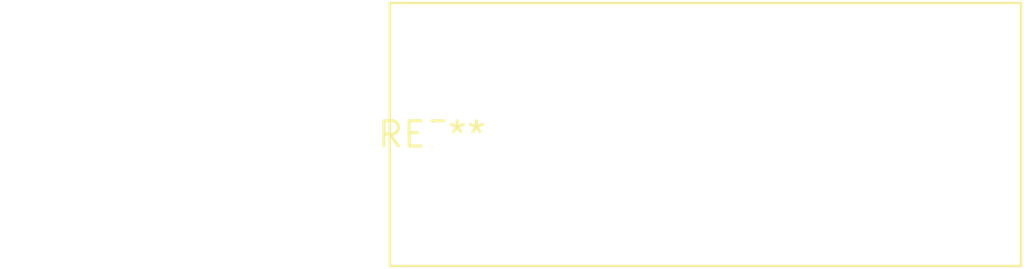
<source format=kicad_pcb>
(kicad_pcb (version 20240108) (generator pcbnew)
  (layers (0 "F.Cu" signal) (31 "B.Cu" signal) (34 "B.Paste" user) (35 "F.Paste" user) (36 "B.SilkS" user "B.Silkscreen") (37 "F.SilkS" user "F.Silkscreen") (38 "B.Mask" user) (39 "F.Mask" user) (44 "Edge.Cuts" user))
  (net 0 "")
  (footprint "C_Rect_L31.5mm_W13.0mm_P27.50mm_MKS4" (layer "F.Cu") (at 0 0)
    (property "Reference" "REF**")
    (property "Value" "C_Rect_L31.5mm_W13.0mm_P27.50mm_MKS4")
    (fp_line (start -2.12 -6.62) (end -2.12 6.62) (layer "F.SilkS") (stroke (width 0.12)))
    (fp_line (start -2.12 -6.62) (end 29.62 -6.62) (layer "F.SilkS") (stroke (width 0.12)))
    (fp_line (start -2.12 6.62) (end 29.62 6.62) (layer "F.SilkS") (stroke (width 0.12)))
    (fp_line (start 29.62 -6.62) (end 29.62 6.62) (layer "F.SilkS") (stroke (width 0.12)))
    (pad "1" thru_hole circle (at 0 0) (size 2.4 2.4) (drill 1.2) (layers *.Cu *.Mask) (remove_unused_layers))
    (pad "2" thru_hole circle (at 27.5 0) (size 2.4 2.4) (drill 1.2) (layers *.Cu *.Mask) (remove_unused_layers))
  )
)
</source>
